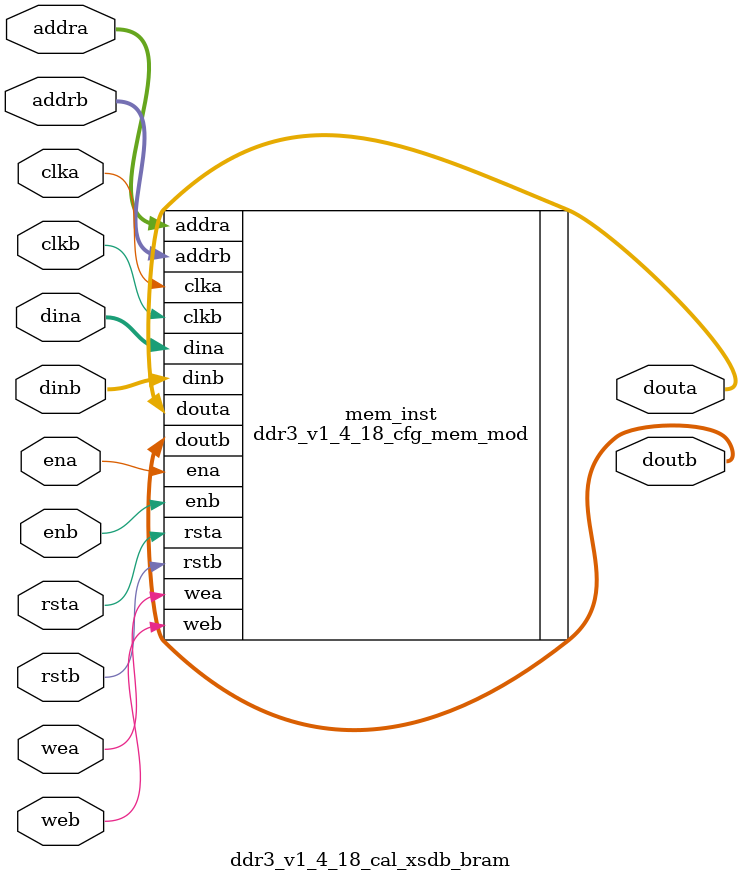
<source format=sv>
/******************************************************************************
// (c) Copyright 2013 - 2014 Xilinx, Inc. All rights reserved.
//
// This file contains confidential and proprietary information
// of Xilinx, Inc. and is protected under U.S. and
// international copyright and other intellectual property
// laws.
//
// DISCLAIMER
// This disclaimer is not a license and does not grant any
// rights to the materials distributed herewith. Except as
// otherwise provided in a valid license issued to you by
// Xilinx, and to the maximum extent permitted by applicable
// law: (1) THESE MATERIALS ARE MADE AVAILABLE "AS IS" AND
// WITH ALL FAULTS, AND XILINX HEREBY DISCLAIMS ALL WARRANTIES
// AND CONDITIONS, EXPRESS, IMPLIED, OR STATUTORY, INCLUDING
// BUT NOT LIMITED TO WARRANTIES OF MERCHANTABILITY, NON-
// INFRINGEMENT, OR FITNESS FOR ANY PARTICULAR PURPOSE; and
// (2) Xilinx shall not be liable (whether in contract or tort,
// including negligence, or under any other theory of
// liability) for any loss or damage of any kind or nature
// related to, arising under or in connection with these
// materials, including for any direct, or any indirect,
// special, incidental, or consequential loss or damage
// (including loss of data, profits, goodwill, or any type of
// loss or damage suffered as a result of any action brought
// by a third party) even if such damage or loss was
// reasonably foreseeable or Xilinx had been advised of the
// possibility of the same.
//
// CRITICAL APPLICATIONS
// Xilinx products are not designed or intended to be fail-
// safe, or for use in any application requiring fail-safe
// performance, such as life-support or safety devices or
// systems, Class III medical devices, nuclear facilities,
// applications related to the deployment of airbags, or any
// other applications that could lead to death, personal
// injury, or severe property or environmental damage
// (individually and collectively, "Critical
// Applications"). Customer assumes the sole risk and
// liability of any use of Xilinx products in Critical
// Applications, subject only to applicable laws and
// regulations governing limitations on product liability.
//
// THIS COPYRIGHT NOTICE AND DISCLAIMER MUST BE RETAINED AS
// PART OF THIS FILE AT ALL TIMES.
******************************************************************************/
//   ____  ____
//  /   /\/   /
// /___/  \  /    Vendor             : Xilinx
// \   \   \/     Version            : 2.0
//  \   \         Application        : MIG
//  /   /         Filename           : ddr3_v1_4_18_cal_xsdb_bram.sv
// /___/   /\     Date Last Modified : $Date: 2015/04/23 $
// \   \  /  \    Date Created       : Tue May 13 2014
//  \___\/\___\
//
// Device           : UltraScale
// Design Name      : DDR4 SDRAM & DDR3 SDRAM
// Purpose          :
//                   ddr3_v1_4_18_cal_xsdb_bram module
// Reference        :
// Revision History :
//*****************************************************************************
`timescale 1ns / 1ps

(* bram_map="yes" *)

module ddr3_v1_4_18_cal_xsdb_bram
    #(	
    
		parameter       	  MEM                        	  =  "DDR4"
		,parameter       	  DBYTES                     	  =  8 //4
		,parameter            START_ADDRESS                   =  18
		,parameter  		  SPREAD_SHEET_VERSION            =  2
		,parameter            RTL_VERSION                     =  0
		,parameter            MEM_CODE                        =  0
		,parameter  		  MEMORY_TYPE                     =  (MEM == "DDR4") ? 2 : 1
		,parameter            MEMORY_CONFIGURATION            =  1
		,parameter            MEMORY_VOLTAGE                  =  1
        ,parameter            CLKFBOUT_MULT_PLL               =  4
        ,parameter            DIVCLK_DIVIDE_PLL               =  1
        ,parameter            CLKOUT0_DIVIDE_PLL              =  1
        ,parameter            CLKFBOUT_MULT_MMCM              =  4
        ,parameter            DIVCLK_DIVIDE_MMCM              =  1
        ,parameter            CLKOUT0_DIVIDE_MMCM             =  4
		,parameter  		  DQBITS	                      =  64
		,parameter			  NIBBLE                          =  DQBITS/4
		,parameter  		  BITS_PER_BYTE                   =  8 //DQBITS/DBYTES
		,parameter  		  SLOTS                   =  1
		,parameter  		  ABITS                           =  10
		,parameter  		  BABITS                          =  2
		,parameter       	  BGBITS              	          =  2
		,parameter       	  CKEBITS                  		  =  4
		,parameter       	  CSBITS             	          =  4
		,parameter       	  ODTBITS                    	  =  4
		,parameter       	  DRAM_WIDTH                 	  =  8      // # of DQ per DQS
		,parameter       	  RANKS                      	  =  4 // 1      //1, 2, 3, or 4
		,parameter            S_HEIGHT                        =  1
		,parameter       	  nCK_PER_CLK                	  =  1      // # of memory CKs per fabric CLK
        ,parameter            tCK                             =  2000		
		,parameter       	  DM_DBI_SETTING             	  =  7     //// 3bits requried all 7
		,parameter            BISC_EN                         =  0
		,parameter       	  USE_CS_PORT             	      =  1     //// 1 bit
		,parameter            EXTRA_CMD_DELAY                 =  0     //// 1 bit
		,parameter            REG_CTRL_ON                     =  0     // RDIMM register control
		,parameter            CA_MIRROR                       =  0     //// 1 bit
		,parameter       	  DQS_GATE                   	  =  7
		,parameter       	  WRLVL                      	  =  7
		,parameter       	  RDLVL                      	  =  7
		,parameter       	  RDLVL_DBI                       =  7
		,parameter       	  WR_DQS_DQ                  	  =  7
		,parameter       	  WR_DQS_DM_DBI                   =  7
		,parameter            WRITE_LAT                       =  7
		,parameter       	  RDLVL_COMPLEX                   =  3     ///2 bits required all 3
		,parameter       	  WR_DQS_COMPLEX                  =  3     ///2 bits required all 3
		,parameter       	  DQS_TRACKING               	  =  3
		,parameter       	  RD_VREF                    	  =  3
		,parameter       	  RD_VREF_PATTERN                 =  3
		,parameter       	  WR_VREF                    	  =  3
		,parameter       	  WR_VREF_PATTERN                 =  3
		,parameter       	  DQS_SAMPLE_CNT             	  =  127
		,parameter       	  WRLVL_SAMPLE_CNT           	  =  255
		,parameter       	  RDLVL_SAMPLE_CNT           	  =  127
		,parameter       	  COMPLEX_LOOP_CNT           	  =  255
		,parameter       	  IODELAY_QTR_CK_TAP_CNT     	  =  255
		,parameter       	  DEBUG_MESSAGES     	          =  0
		,parameter         	  MR0                     		  =  13'b0000000110000
		,parameter         	  MR1                     		  =  13'b0000100000001 //RTT_NOM=RZQ/4 (60 Ohm)
		,parameter         	  MR2                     		  =  13'b0000000011000
		,parameter         	  MR3                     		  =  13'b0000000000000
		,parameter         	  MR4                     		  =  13'b0000000000000
		,parameter         	  MR5                     		  =  13'b0010000000000
		,parameter         	  MR6                     		  =  13'b0100000000000
		,parameter            ODTWR                           = 16'h0000
		,parameter            ODTRD                           = 16'h0000
		,parameter            SLOT0_CONFIG                    = 0     // all 9 bits
		,parameter            SLOT1_CONFIG                    = 0     // all 9 bits
		,parameter            SLOT0_FUNC_CS                   = 0     // all 9 bits
		,parameter            SLOT1_FUNC_CS                   = 0     // all 9 bits
		,parameter            SLOT0_ODD_CS                    = 0     // all 9 bits
		,parameter            SLOT1_ODD_CS                    = 0     // all 9 bits
		,parameter            DDR4_REG_RC03                   = 0     // all 9 bits
		,parameter            DDR4_REG_RC04                   = 0     // all 9 bits
		,parameter            DDR4_REG_RC05                   = 0     // all 9 bits
		,parameter            DDR4_REG_RC3X                   = 0     // all 9 bits
		
		,parameter         	  MR0_0                   		  =  MR0[8:0]
		,parameter         	  MR0_1                   		  =  {5'b0,MR0[12:9]}
		,parameter         	  MR1_0                   		  =  MR1[8:0]
		,parameter         	  MR1_1                   		  =  {5'b0,MR1[12:9]}
		,parameter         	  MR2_0                   	 	  =  MR2[8:0]
		,parameter         	  MR2_1                   		  =  {5'b0,MR2[12:9]}
		,parameter         	  MR3_0                   		  =  MR3[8:0]
		,parameter         	  MR3_1                   		  =  {5'b0,MR3[12:9]}
		,parameter         	  MR4_0                   		  =  MR4[8:0]
		,parameter         	  MR4_1                   		  =  {5'b0,MR4[12:9]}
		,parameter         	  MR5_0                   		  =  MR5[8:0]
		,parameter         	  MR5_1                   		  =  {5'b0,MR5[12:9]}
		,parameter         	  MR6_0                   		  =  MR6[8:0]
		,parameter         	  MR6_1                   		  =  {5'b0,MR6[12:9]}
  
       ,parameter NUM_BRAMS    = 1
	   ,parameter SIZE         = 36 * 1024 * NUM_BRAMS
    // Specify INITs as 9 bit blocks (256 locations per blockRAM)
       ,parameter ADDR_WIDTH   = 16
	   ,parameter DATA_WIDTH   = 9
       ,parameter PIPELINE_REG = 1 
    )
  (
	
		clka,
		clkb,
		ena,
		enb,
		addra,
		addrb,
		dina,
		dinb,
		douta,
		doutb,
		wea,
		web,
		rsta,
		rstb
);
input clka;
input clkb;
input ena;
input enb;
input [ADDR_WIDTH-1:0]addra;
input [ADDR_WIDTH-1:0]addrb;
input [DATA_WIDTH-1:0]dina;
input [DATA_WIDTH-1:0]dinb;
input wea;
input web;
input rsta;
input rstb;
output reg [DATA_WIDTH-1:0]douta;
output reg [DATA_WIDTH-1:0]doutb;


// Initial values to the BlockRam 0
localparam [8:0] mem0_init_0 = {4'b0,START_ADDRESS[4:0]};
localparam [8:0] mem0_init_1 = 9'b0;
localparam [8:0] mem0_init_2 = 9'b0;
localparam [8:0] mem0_init_3 = {5'b0,SPREAD_SHEET_VERSION[3:0]};
localparam [8:0] mem0_init_4 = {6'b0,MEMORY_TYPE[2:0]};
localparam [8:0] mem0_init_5 = RANKS;
localparam [8:0] mem0_init_6 = DBYTES[8:0]; // MAN - repeats DBYTES parameter (may hardwire to BYTES for initial SW compatability)
localparam [8:0] mem0_init_7 = NIBBLE[8:0];
localparam [8:0] mem0_init_8 = BITS_PER_BYTE[8:0];
localparam [8:0] mem0_init_9 = 9'b1;
localparam [8:0] mem0_init_10 = 9'b1;
localparam [8:0] mem0_init_11 = 9'b1;
localparam [8:0] mem0_init_12 = SLOTS;
localparam [8:0] mem0_init_13 = 9'b0;
localparam [8:0] mem0_init_14 = 9'b0;
localparam [8:0] mem0_init_15 = 9'b0;
localparam [8:0] mem0_init_16 = 9'b0;
localparam [8:0] mem0_init_17 = 9'b0;
localparam [8:0] mem0_init_18 = RTL_VERSION[8:0];
localparam [8:0] mem0_init_19 = 9'b0;
localparam [8:0] mem0_init_20 = NUM_BRAMS[8:0];
localparam [8:0] mem0_init_21 = {BGBITS[1:0],BABITS[1:0],ABITS[4:0]};
localparam [8:0] mem0_init_22 = {ODTBITS[2:0],CSBITS[2:0],CKEBITS[2:0]};
localparam [8:0] mem0_init_23 = DBYTES[8:0];
localparam [8:0] mem0_init_24 = DRAM_WIDTH[8:0];
localparam [8:0] mem0_init_25 = {CA_MIRROR[0],REG_CTRL_ON[0],EXTRA_CMD_DELAY[0],USE_CS_PORT[0],BISC_EN[0],DM_DBI_SETTING[2:0],nCK_PER_CLK[0]};
localparam [8:0] mem0_init_26 = {RDLVL[2:0],WRLVL[2:0],DQS_GATE[2:0]};
localparam [8:0] mem0_init_27 = {WR_DQS_DM_DBI[2:0],WR_DQS_DQ[2:0],RDLVL_DBI[2:0]};
localparam [8:0] mem0_init_28 = {WR_DQS_COMPLEX[2:0],RDLVL_COMPLEX[2:0],WRITE_LAT[2:0]};
localparam [8:0] mem0_init_29 = {DEBUG_MESSAGES[0],RD_VREF_PATTERN[1:0],WR_VREF_PATTERN[1:0],RD_VREF[1:0],WR_VREF[1:0]};
localparam [8:0] mem0_init_30 = {7'b0,DQS_TRACKING[1:0]};
localparam [8:0] mem0_init_31 = DQS_SAMPLE_CNT[8:0];
localparam [8:0] mem0_init_32 = WRLVL_SAMPLE_CNT[8:0];
localparam [8:0] mem0_init_33 = RDLVL_SAMPLE_CNT[8:0];
localparam [8:0] mem0_init_34 = COMPLEX_LOOP_CNT[8:0];
localparam [8:0] mem0_init_35 = IODELAY_QTR_CK_TAP_CNT[8:0];
localparam [8:0] mem0_init_36 = {5'b0,S_HEIGHT[3:0]};
localparam [8:0] mem0_init_37 = 9'b0;
localparam [8:0] mem0_init_38 = 9'b0;
localparam [8:0] mem0_init_39 = 9'b0;
localparam [8:0] mem0_init_40 = {1'b0, ODTWR[7:0]};
localparam [8:0] mem0_init_41 = {1'b0, ODTWR[15:8]};
localparam [8:0] mem0_init_42 = {1'b0, ODTRD[7:0]};
localparam [8:0] mem0_init_43 = {1'b0, ODTRD[15:8]};
localparam [8:0] mem0_init_44 = SLOT0_CONFIG;
localparam [8:0] mem0_init_45 = SLOT1_CONFIG;
localparam [8:0] mem0_init_46 = SLOT0_FUNC_CS;
localparam [8:0] mem0_init_47 = SLOT1_FUNC_CS;
localparam [8:0] mem0_init_48 = SLOT0_ODD_CS;
localparam [8:0] mem0_init_49 = SLOT1_ODD_CS;
localparam [8:0] mem0_init_50 = DDR4_REG_RC03;
localparam [8:0] mem0_init_51 = DDR4_REG_RC04;
localparam [8:0] mem0_init_52 = DDR4_REG_RC05;
localparam [8:0] mem0_init_53 = DDR4_REG_RC3X;
localparam [8:0] mem0_init_54 = MR0_0[8:0];
localparam [8:0] mem0_init_55 = MR0_1[8:0];
localparam [8:0] mem0_init_56 = MR1_0[8:0];
localparam [8:0] mem0_init_57 = MR1_1[8:0];
localparam [8:0] mem0_init_58 = MR2_0[8:0];
localparam [8:0] mem0_init_59 = MR2_1[8:0];
localparam [8:0] mem0_init_60 = MR3_0[8:0];
localparam [8:0] mem0_init_61 = MR3_1[8:0];
localparam [8:0] mem0_init_62 = MR4_0[8:0];
localparam [8:0] mem0_init_63 = MR4_1[8:0];
localparam [8:0] mem0_init_64 = MR5_0[8:0];
localparam [8:0] mem0_init_65 = MR5_1[8:0];
localparam [8:0] mem0_init_66 = MR6_0[8:0];
localparam [8:0] mem0_init_67 = MR6_1[8:0];
localparam [8:0] mem0_init_68 = 9'b0;
localparam [8:0] mem0_init_69 = tCK[8:0];
localparam [8:0] mem0_init_70 = tCK[16:9];
localparam [8:0] mem0_init_71 = MEMORY_CONFIGURATION[8:0];
localparam [8:0] mem0_init_72 = MEMORY_VOLTAGE[8:0];
localparam [8:0] mem0_init_73 = CLKFBOUT_MULT_PLL[8:0];
localparam [8:0] mem0_init_74 = DIVCLK_DIVIDE_PLL[8:0];
localparam [8:0] mem0_init_75 = CLKFBOUT_MULT_MMCM[8:0];
localparam [8:0] mem0_init_76 = DIVCLK_DIVIDE_MMCM[8:0];
localparam [8:0] mem0_init_77 = 9'b0;
localparam [8:0] mem0_init_78 = 9'b0;
localparam [8:0] mem0_init_79 = 9'b0;
localparam [8:0] mem0_init_80 = 9'b0;
localparam [8:0] mem0_init_81 = 9'b0;
localparam [8:0] mem0_init_82 = 9'b0;
localparam [8:0] mem0_init_83 = 9'b0;
localparam [8:0] mem0_init_84 = 9'b0;
localparam [8:0] mem0_init_85 = 9'b0;
localparam [8:0] mem0_init_86 = 9'b0;
localparam [8:0] mem0_init_87 = 9'b0;
localparam [8:0] mem0_init_88 = 9'b0;
localparam [8:0] mem0_init_89 = 9'b0;
localparam [8:0] mem0_init_90 = 9'b0;
localparam [8:0] mem0_init_91 = 9'b0;
localparam [8:0] mem0_init_92 = 9'b0;
localparam [8:0] mem0_init_93 = 9'b0;
localparam [8:0] mem0_init_94 = 9'b0;
localparam [8:0] mem0_init_95 = 9'b0;
localparam [8:0] mem0_init_96 = 9'b0;
localparam [8:0] mem0_init_97 = 9'b0;
localparam [8:0] mem0_init_98 = 9'b0;
localparam [8:0] mem0_init_99 = 9'b0;
localparam [8:0] mem0_init_100 = 9'b0;
localparam [8:0] mem0_init_101 = 9'b0;
localparam [8:0] mem0_init_102 = 9'b0;
localparam [8:0] mem0_init_103 = 9'b0;
localparam [8:0] mem0_init_104 = 9'b0;
localparam [8:0] mem0_init_105 = 9'b0;
localparam [8:0] mem0_init_106 = 9'b0;
localparam [8:0] mem0_init_107 = 9'b0;
localparam [8:0] mem0_init_108 = 9'b0;
localparam [8:0] mem0_init_109 = 9'b0;
localparam [8:0] mem0_init_110 = 9'b0;
localparam [8:0] mem0_init_111 = 9'b0;
localparam [8:0] mem0_init_112 = 9'b0;
localparam [8:0] mem0_init_113 = 9'b0;
localparam [8:0] mem0_init_114 = 9'b0;
localparam [8:0] mem0_init_115 = 9'b0;
localparam [8:0] mem0_init_116 = 9'b0;
localparam [8:0] mem0_init_117 = 9'b0;
localparam [8:0] mem0_init_118 = 9'b0;
localparam [8:0] mem0_init_119 = 9'b0;
localparam [8:0] mem0_init_120 = 9'b0;
localparam [8:0] mem0_init_121 = 9'b0;
localparam [8:0] mem0_init_122 = 9'b0;
localparam [8:0] mem0_init_123 = 9'b0;
localparam [8:0] mem0_init_124 = 9'b0;
localparam [8:0] mem0_init_125 = 9'b0;
localparam [8:0] mem0_init_126 = 9'b0;
localparam [8:0] mem0_init_127 = 9'b0;
localparam [8:0] mem0_init_128 = 9'b0;
localparam [8:0] mem0_init_129 = 9'b0;
localparam [8:0] mem0_init_130 = 9'b0;
localparam [8:0] mem0_init_131 = 9'b0;
localparam [8:0] mem0_init_132 = 9'b0;
localparam [8:0] mem0_init_133 = 9'b0;
localparam [8:0] mem0_init_134 = 9'b0;
localparam [8:0] mem0_init_135 = 9'b0;
localparam [8:0] mem0_init_136 = 9'b0;
localparam [8:0] mem0_init_137 = 9'b0;
localparam [8:0] mem0_init_138 = 9'b0;
localparam [8:0] mem0_init_139 = 9'b0;
localparam [8:0] mem0_init_140 = 9'b0;
localparam [8:0] mem0_init_141 = 9'b0;
localparam [8:0] mem0_init_142 = 9'b0;
localparam [8:0] mem0_init_143 = 9'b0;
localparam [8:0] mem0_init_144 = 9'b0;
localparam [8:0] mem0_init_145 = 9'b0;
localparam [8:0] mem0_init_146 = 9'b0;
localparam [8:0] mem0_init_147 = 9'b0;
localparam [8:0] mem0_init_148 = 9'b0;
localparam [8:0] mem0_init_149 = 9'b0;
localparam [8:0] mem0_init_150 = 9'b0;
localparam [8:0] mem0_init_151 = 9'b0;
localparam [8:0] mem0_init_152 = 9'b0;
localparam [8:0] mem0_init_153 = 9'b0;
localparam [8:0] mem0_init_154 = 9'b0;
localparam [8:0] mem0_init_155 = 9'b0;
localparam [8:0] mem0_init_156 = 9'b0;
localparam [8:0] mem0_init_157 = 9'b0;
localparam [8:0] mem0_init_158 = 9'b0;
localparam [8:0] mem0_init_159 = 9'b0;
localparam [8:0] mem0_init_160 = 9'b0;
localparam [8:0] mem0_init_161 = 9'b0;
localparam [8:0] mem0_init_162 = 9'b0;
localparam [8:0] mem0_init_163 = 9'b0;
localparam [8:0] mem0_init_164 = 9'b0;
localparam [8:0] mem0_init_165 = 9'b0;
localparam [8:0] mem0_init_166 = 9'b0;
localparam [8:0] mem0_init_167 = 9'b0;
localparam [8:0] mem0_init_168 = 9'b0;
localparam [8:0] mem0_init_169 = 9'b0;
localparam [8:0] mem0_init_170 = 9'b0;
localparam [8:0] mem0_init_171 = 9'b0;
localparam [8:0] mem0_init_172 = 9'b0;
localparam [8:0] mem0_init_173 = 9'b0;
localparam [8:0] mem0_init_174 = 9'b0;
localparam [8:0] mem0_init_175 = 9'b0;
localparam [8:0] mem0_init_176 = 9'b0;
localparam [8:0] mem0_init_177 = 9'b0;
localparam [8:0] mem0_init_178 = 9'b0;
localparam [8:0] mem0_init_179 = 9'b0;
localparam [8:0] mem0_init_180 = 9'b0;
localparam [8:0] mem0_init_181 = 9'b0;
localparam [8:0] mem0_init_182 = 9'b0;
localparam [8:0] mem0_init_183 = 9'b0;
localparam [8:0] mem0_init_184 = 9'b0;
localparam [8:0] mem0_init_185 = 9'b0;
localparam [8:0] mem0_init_186 = 9'b0;
localparam [8:0] mem0_init_187 = 9'b0;
localparam [8:0] mem0_init_188 = 9'b0;
localparam [8:0] mem0_init_189 = 9'b0;
localparam [8:0] mem0_init_190 = 9'b0;
localparam [8:0] mem0_init_191 = 9'b0;
localparam [8:0] mem0_init_192 = 9'b0;
localparam [8:0] mem0_init_193 = 9'b0;
localparam [8:0] mem0_init_194 = 9'b0;
localparam [8:0] mem0_init_195 = 9'b0;
localparam [8:0] mem0_init_196 = 9'b0;
localparam [8:0] mem0_init_197 = 9'b0;
localparam [8:0] mem0_init_198 = 9'b0;
localparam [8:0] mem0_init_199 = 9'b0;
localparam [8:0] mem0_init_200 = 9'b0;
localparam [8:0] mem0_init_201 = 9'b0;
localparam [8:0] mem0_init_202 = 9'b0;
localparam [8:0] mem0_init_203 = 9'b0;
localparam [8:0] mem0_init_204 = 9'b0;
localparam [8:0] mem0_init_205 = 9'b0;
localparam [8:0] mem0_init_206 = 9'b0;
localparam [8:0] mem0_init_207 = 9'b0;
localparam [8:0] mem0_init_208 = 9'b0;
localparam [8:0] mem0_init_209 = 9'b0;
localparam [8:0] mem0_init_210 = 9'b0;
localparam [8:0] mem0_init_211 = 9'b0;
localparam [8:0] mem0_init_212 = 9'b0;
localparam [8:0] mem0_init_213 = 9'b0;
localparam [8:0] mem0_init_214 = 9'b0;
localparam [8:0] mem0_init_215 = 9'b0;
localparam [8:0] mem0_init_216 = 9'b0;
localparam [8:0] mem0_init_217 = 9'b0;
localparam [8:0] mem0_init_218 = 9'b0;
localparam [8:0] mem0_init_219 = 9'b0;
localparam [8:0] mem0_init_220 = 9'b0;
localparam [8:0] mem0_init_221 = 9'b0;
localparam [8:0] mem0_init_222 = 9'b0;
localparam [8:0] mem0_init_223 = 9'b0;
localparam [8:0] mem0_init_224 = 9'b0;
localparam [8:0] mem0_init_225 = 9'b0;
localparam [8:0] mem0_init_226 = 9'b0;
localparam [8:0] mem0_init_227 = 9'b0;
localparam [8:0] mem0_init_228 = 9'b0;
localparam [8:0] mem0_init_229 = 9'b0;
localparam [8:0] mem0_init_230 = 9'b0;
localparam [8:0] mem0_init_231 = 9'b0;
localparam [8:0] mem0_init_232 = 9'b0;
localparam [8:0] mem0_init_233 = 9'b0;
localparam [8:0] mem0_init_234 = 9'b0;
localparam [8:0] mem0_init_235 = 9'b0;
localparam [8:0] mem0_init_236 = 9'b0;
localparam [8:0] mem0_init_237 = 9'b0;
localparam [8:0] mem0_init_238 = 9'b0;
localparam [8:0] mem0_init_239 = 9'b0;
localparam [8:0] mem0_init_240 = 9'b0;
localparam [8:0] mem0_init_241 = 9'b0;
localparam [8:0] mem0_init_242 = 9'b0;
localparam [8:0] mem0_init_243 = 9'b0;
localparam [8:0] mem0_init_244 = 9'b0;
localparam [8:0] mem0_init_245 = 9'b0;
localparam [8:0] mem0_init_246 = 9'b0;
localparam [8:0] mem0_init_247 = 9'b0;
localparam [8:0] mem0_init_248 = 9'b0;
localparam [8:0] mem0_init_249 = 9'b0;
localparam [8:0] mem0_init_250 = 9'b0;
localparam [8:0] mem0_init_251 = 9'b0;
localparam [8:0] mem0_init_252 = 9'b0;
localparam [8:0] mem0_init_253 = 9'b0;
localparam [8:0] mem0_init_254 = 9'b0;
localparam [8:0] mem0_init_255 = 9'b0;

localparam [256*9-1:0] INIT_BRAM0 = {mem0_init_255,mem0_init_254,mem0_init_253,mem0_init_252,mem0_init_251,mem0_init_250,mem0_init_249,mem0_init_248,mem0_init_247,mem0_init_246,mem0_init_245,mem0_init_244,mem0_init_243,mem0_init_242,mem0_init_241,mem0_init_240,mem0_init_239,mem0_init_238,mem0_init_237,mem0_init_236,mem0_init_235,mem0_init_234,mem0_init_233,mem0_init_232,mem0_init_231,mem0_init_230,mem0_init_229,mem0_init_228,mem0_init_227,mem0_init_226,mem0_init_225,mem0_init_224,mem0_init_223,mem0_init_222,mem0_init_221,mem0_init_220,mem0_init_219,mem0_init_218,mem0_init_217,mem0_init_216,mem0_init_215,mem0_init_214,mem0_init_213,mem0_init_212,mem0_init_211,mem0_init_210,mem0_init_209,mem0_init_208,mem0_init_207,mem0_init_206,mem0_init_205,mem0_init_204,mem0_init_203,mem0_init_202,mem0_init_201,mem0_init_200,mem0_init_199,mem0_init_198,mem0_init_197,mem0_init_196,mem0_init_195,mem0_init_194,mem0_init_193,mem0_init_192,mem0_init_191,mem0_init_190,mem0_init_189,mem0_init_188,mem0_init_187,mem0_init_186,mem0_init_185,mem0_init_184,mem0_init_183,mem0_init_182,mem0_init_181,mem0_init_180,mem0_init_179,mem0_init_178,mem0_init_177,mem0_init_176,mem0_init_175,mem0_init_174,mem0_init_173,mem0_init_172,mem0_init_171,mem0_init_170,mem0_init_169,mem0_init_168,mem0_init_167,mem0_init_166,mem0_init_165,mem0_init_164,mem0_init_163,mem0_init_162,mem0_init_161,mem0_init_160,mem0_init_159,mem0_init_158,mem0_init_157,mem0_init_156,mem0_init_155,mem0_init_154,mem0_init_153,mem0_init_152,mem0_init_151,mem0_init_150,mem0_init_149,mem0_init_148,mem0_init_147,mem0_init_146,mem0_init_145,mem0_init_144,mem0_init_143,mem0_init_142,mem0_init_141,mem0_init_140,mem0_init_139,mem0_init_138,mem0_init_137,mem0_init_136,mem0_init_135,mem0_init_134,mem0_init_133,mem0_init_132,mem0_init_131,mem0_init_130,mem0_init_129,mem0_init_128,mem0_init_127,mem0_init_126,mem0_init_125,mem0_init_124,mem0_init_123,mem0_init_122,mem0_init_121,mem0_init_120,mem0_init_119,mem0_init_118,mem0_init_117,mem0_init_116,mem0_init_115,mem0_init_114,mem0_init_113,mem0_init_112,mem0_init_111,mem0_init_110,mem0_init_109,mem0_init_108,mem0_init_107,mem0_init_106,mem0_init_105,mem0_init_104,mem0_init_103,mem0_init_102,mem0_init_101,mem0_init_100,mem0_init_99,mem0_init_98,mem0_init_97,mem0_init_96,mem0_init_95,mem0_init_94,mem0_init_93,mem0_init_92,mem0_init_91,mem0_init_90,mem0_init_89,mem0_init_88,mem0_init_87,mem0_init_86,mem0_init_85,mem0_init_84,mem0_init_83,mem0_init_82,mem0_init_81,mem0_init_80,mem0_init_79,mem0_init_78,mem0_init_77,mem0_init_76,mem0_init_75,mem0_init_74,mem0_init_73,mem0_init_72,mem0_init_71,mem0_init_70,mem0_init_69,mem0_init_68,mem0_init_67,mem0_init_66,mem0_init_65,mem0_init_64,mem0_init_63,mem0_init_62,mem0_init_61,mem0_init_60,mem0_init_59,mem0_init_58,mem0_init_57,mem0_init_56,mem0_init_55,mem0_init_54,mem0_init_53,mem0_init_52,mem0_init_51,mem0_init_50,mem0_init_49,mem0_init_48,mem0_init_47,mem0_init_46,mem0_init_45,mem0_init_44,mem0_init_43,mem0_init_42,mem0_init_41,mem0_init_40,mem0_init_39,mem0_init_38,mem0_init_37,mem0_init_36,mem0_init_35,mem0_init_34,mem0_init_33,mem0_init_32,mem0_init_31,mem0_init_30,mem0_init_29,mem0_init_28,mem0_init_27,mem0_init_26,mem0_init_25,mem0_init_24,mem0_init_23,mem0_init_22,mem0_init_21,mem0_init_20,mem0_init_19,mem0_init_18,mem0_init_17,mem0_init_16,mem0_init_15,mem0_init_14,mem0_init_13,mem0_init_12,mem0_init_11,mem0_init_10,mem0_init_9,mem0_init_8,mem0_init_7,mem0_init_6,mem0_init_5,mem0_init_4,mem0_init_3,mem0_init_2,mem0_init_1,mem0_init_0};

// Populate INIT's for rest of BlockRAMs if required
localparam [256*9*NUM_BRAMS-1:0] INIT = ( NUM_BRAMS == 1 ) ? INIT_BRAM0 : ( NUM_BRAMS == 2 ) ? {2304'b0 ,INIT_BRAM0} : {{2{2304'b0}} ,INIT_BRAM0};

ddr3_v1_4_18_cfg_mem_mod # (
               .SIZE(SIZE),
               .INIT(INIT),
               .ADDR_WIDTH(ADDR_WIDTH),
               .DATA_WIDTH(9),
               .PIPELINE_REG(PIPELINE_REG)
              )
     mem_inst (
                .clka(clka),
                .clkb(clkb),
                .ena(ena),
                .enb(enb),
                .addra(addra),
                .addrb(addrb),
                .dina(dina),
                .dinb(dinb),
                .wea(wea),
                .web(web),
                .rsta(rsta),
                .rstb(rstb),
                .douta(douta),
                .doutb(doutb)
               );

endmodule


</source>
